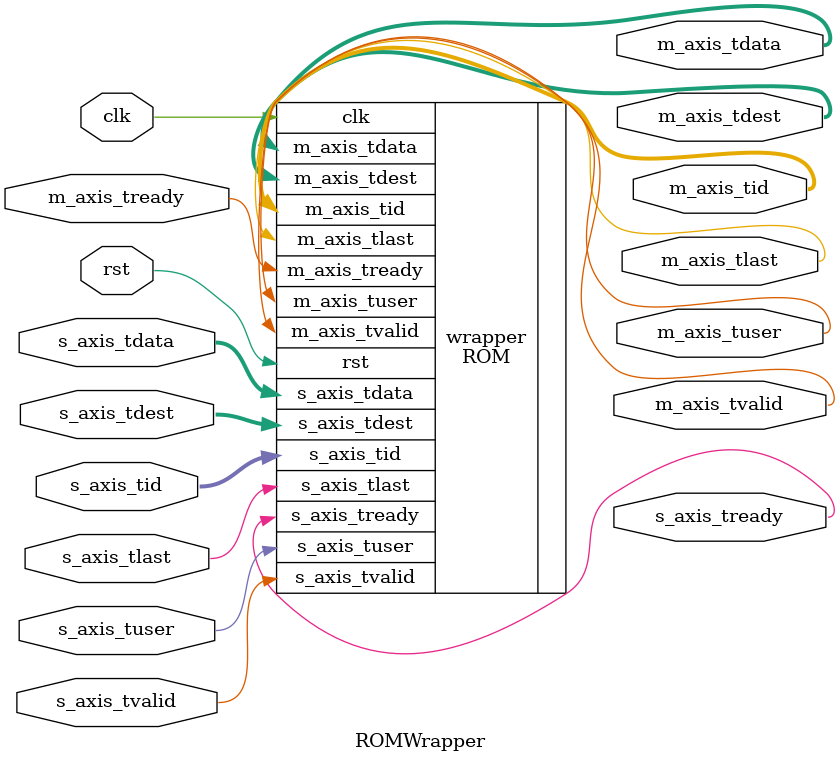
<source format=v>
`resetall
`timescale 1ns / 1ps
`default_nettype none

module ROMWrapper #(
  // Width of AXI stream Input interfaces in bits
  parameter ADDR_WIDTH = 8,
  // Width of AXI stream Output interfaces in bits
  parameter DATA_WIDTH = 8,
  // Number of Independent AXI-Stream Channels
  parameter CHANNELS = 1,
  // Path to ROM Data
  parameter ROM_DATA_PATH = "",
  // Propagate tlast signal
  parameter LAST_ENABLE = 1,
  // Propagate tid signal
  parameter ID_ENABLE = 0,
  // tid signal width
  parameter ID_WIDTH = 8,
  // Propagate tdest signal
  parameter DEST_ENABLE = 0,
  // tdest signal width
  parameter DEST_WIDTH = 8,
  // Propagate tuser signal
  parameter USER_ENABLE = 1,
  // tuser signal width
  parameter USER_WIDTH = 1,
  // Register type
  // 0 to bypass, 1 for simple buffer, 2 for skid buffer
  parameter REG_TYPE = 2
) (
  input  wire                                 clk,
  input  wire                                 rst,

  /*
   * AXI Stream Data input
   */
  input  wire [CHANNELS*ADDR_WIDTH-1:0]       s_axis_tdata,
  input  wire [CHANNELS-1:0]                  s_axis_tlast,
  input  wire [CHANNELS-1:0]                  s_axis_tvalid,
  output wire [CHANNELS-1:0]                  s_axis_tready,
  input  wire [CHANNELS*ID_WIDTH-1:0]         s_axis_tid,
  input  wire [CHANNELS*DEST_WIDTH-1:0]       s_axis_tdest,
  input  wire [CHANNELS*USER_WIDTH-1:0]       s_axis_tuser,

  /*
   * AXI Stream output
   */
  output wire [CHANNELS*DATA_WIDTH-1:0]       m_axis_tdata,
  output wire [CHANNELS-1:0]                  m_axis_tlast,
  output wire [CHANNELS-1:0]                  m_axis_tvalid,
  input  wire [CHANNELS-1:0]                  m_axis_tready,
  output wire [CHANNELS*ID_WIDTH-1:0]         m_axis_tid,
  output wire [CHANNELS*DEST_WIDTH-1:0]       m_axis_tdest,
  output wire [CHANNELS*USER_WIDTH-1:0]       m_axis_tuser
);
  ROM #(
    .ADDR_WIDTH             (ADDR_WIDTH),
    .DATA_WIDTH             (DATA_WIDTH),
    .CHANNELS               (CHANNELS),
    .ROM_DATA_PATH          (ROM_DATA_PATH),
    .LAST_ENABLE            (LAST_ENABLE),
    .ID_ENABLE              (ID_ENABLE),
    .ID_WIDTH               (ID_WIDTH),
    .DEST_ENABLE            (DEST_ENABLE),
    .DEST_WIDTH             (DEST_WIDTH),
    .USER_ENABLE            (USER_ENABLE),
    .USER_WIDTH             (USER_WIDTH),
    .REG_TYPE               (REG_TYPE)
  ) wrapper (
    .clk                    (clk),
    .rst                    (rst),
    .s_axis_tdata           (s_axis_tdata),
    .s_axis_tlast           (s_axis_tlast),
    .s_axis_tvalid          (s_axis_tvalid),
    .s_axis_tready          (s_axis_tready),
    .s_axis_tid             (s_axis_tid),
    .s_axis_tdest           (s_axis_tdest),
    .s_axis_tuser           (s_axis_tuser),
    .m_axis_tdata           (m_axis_tdata),
    .m_axis_tlast           (m_axis_tlast),
    .m_axis_tvalid          (m_axis_tvalid),
    .m_axis_tready          (m_axis_tready),
    .m_axis_tid             (m_axis_tid),
    .m_axis_tdest           (m_axis_tdest),
    .m_axis_tuser           (m_axis_tuser)
  );
  
endmodule

`resetall

</source>
